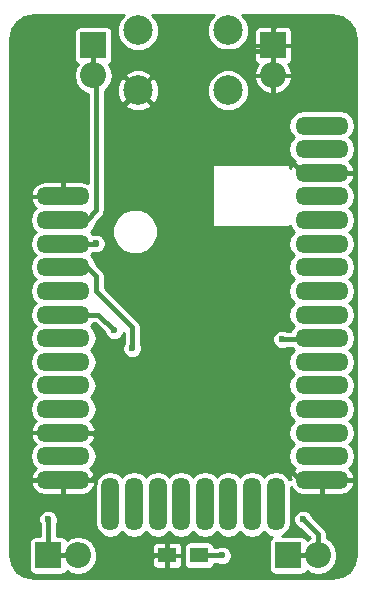
<source format=gbr>
G04 #@! TF.FileFunction,Copper,L1,Top,Signal*
%FSLAX46Y46*%
G04 Gerber Fmt 4.6, Leading zero omitted, Abs format (unit mm)*
G04 Created by KiCad (PCBNEW 4.0.6) date 12/04/17 20:40:56*
%MOMM*%
%LPD*%
G01*
G04 APERTURE LIST*
%ADD10C,0.050000*%
%ADD11R,1.500000X1.300000*%
%ADD12O,4.500000X1.524000*%
%ADD13O,1.524000X4.500000*%
%ADD14C,2.500000*%
%ADD15R,2.200000X2.200000*%
%ADD16O,2.200000X2.200000*%
%ADD17C,0.600000*%
%ADD18C,0.400000*%
%ADD19C,0.254000*%
G04 APERTURE END LIST*
D10*
D11*
X137080000Y-96520000D03*
X139780000Y-96520000D03*
D12*
X128270000Y-66120000D03*
X128270000Y-68120000D03*
X128270000Y-70120000D03*
X128270000Y-72120000D03*
X128270000Y-74120000D03*
X128270000Y-76120000D03*
X128270000Y-78120000D03*
X128270000Y-80120000D03*
X128270000Y-82120000D03*
X128270000Y-84120000D03*
X128270000Y-86120000D03*
X128270000Y-88120000D03*
X128270000Y-90120000D03*
D13*
X132270000Y-92200000D03*
X134270000Y-92200000D03*
X136270000Y-92200000D03*
X138270000Y-92200000D03*
X140270000Y-92200000D03*
X142270000Y-92200000D03*
X144270000Y-92200000D03*
X146270000Y-92200000D03*
D12*
X150170000Y-90120000D03*
X150170000Y-88120000D03*
X150170000Y-86120000D03*
X150170000Y-84120000D03*
X150170000Y-82120000D03*
X150170000Y-80120000D03*
X150170000Y-78120000D03*
X150170000Y-76120000D03*
X150170000Y-74120000D03*
X150170000Y-72120000D03*
X150170000Y-70120000D03*
X150170000Y-68120000D03*
X150170000Y-66120000D03*
X150170000Y-64120000D03*
X150170000Y-62120000D03*
X150170000Y-60120000D03*
D14*
X142240000Y-52070000D03*
X134620000Y-52070000D03*
X134620000Y-57150000D03*
X142240000Y-57150000D03*
D15*
X147320000Y-96520000D03*
D16*
X149860000Y-96520000D03*
D15*
X127000000Y-96520000D03*
D16*
X129540000Y-96520000D03*
D15*
X146050000Y-53340000D03*
D16*
X146050000Y-55880000D03*
D15*
X130810000Y-53340000D03*
D16*
X130810000Y-55880000D03*
D17*
X128270000Y-63500000D03*
X138430000Y-74676000D03*
X138176000Y-53848000D03*
X141732000Y-96520000D03*
X148590000Y-93472000D03*
X131064000Y-70104000D03*
X127000000Y-93472000D03*
X134112000Y-78994000D03*
X146812000Y-78232000D03*
X132588000Y-77470000D03*
D18*
X150170000Y-64120000D02*
X148575000Y-64120000D01*
X148575000Y-64120000D02*
X146050000Y-61595000D01*
X146050000Y-61595000D02*
X146050000Y-55880000D01*
X128270000Y-66120000D02*
X128270000Y-63500000D01*
X139192000Y-87884000D02*
X139192000Y-75438000D01*
X139192000Y-75438000D02*
X138430000Y-74676000D01*
X150170000Y-90120000D02*
X148286000Y-90120000D01*
X148286000Y-90120000D02*
X146050000Y-87884000D01*
X146050000Y-87884000D02*
X139192000Y-87884000D01*
X139192000Y-87884000D02*
X131572000Y-87884000D01*
X137080000Y-96520000D02*
X132080000Y-96520000D01*
X128270000Y-92710000D02*
X128270000Y-90120000D01*
X132080000Y-96520000D02*
X128270000Y-92710000D01*
X128270000Y-86120000D02*
X130824000Y-86120000D01*
X130606000Y-90120000D02*
X128270000Y-90120000D01*
X131572000Y-89154000D02*
X130606000Y-90120000D01*
X131572000Y-86868000D02*
X131572000Y-87884000D01*
X131572000Y-87884000D02*
X131572000Y-89154000D01*
X130824000Y-86120000D02*
X131572000Y-86868000D01*
X146050000Y-53340000D02*
X145542000Y-53848000D01*
X145542000Y-53848000D02*
X138176000Y-53848000D01*
X146050000Y-53340000D02*
X146050000Y-55880000D01*
X141732000Y-96520000D02*
X139780000Y-96520000D01*
X149860000Y-94742000D02*
X149860000Y-96520000D01*
X148590000Y-93472000D02*
X149860000Y-94742000D01*
X147320000Y-96520000D02*
X149860000Y-96520000D01*
X131048000Y-70120000D02*
X131064000Y-70104000D01*
X128270000Y-70120000D02*
X131048000Y-70120000D01*
X127000000Y-93472000D02*
X127000000Y-96520000D01*
X127000000Y-96520000D02*
X129540000Y-96520000D01*
X128270000Y-68120000D02*
X130254000Y-68120000D01*
X130254000Y-68120000D02*
X131064000Y-67310000D01*
X131064000Y-67310000D02*
X131064000Y-56134000D01*
X131064000Y-56134000D02*
X130810000Y-55880000D01*
X130810000Y-53340000D02*
X130810000Y-55880000D01*
X128270000Y-72120000D02*
X130286000Y-72120000D01*
X130286000Y-72120000D02*
X131064000Y-72898000D01*
X134112000Y-77216000D02*
X134112000Y-78994000D01*
X131064000Y-74168000D02*
X134112000Y-77216000D01*
X131064000Y-72898000D02*
X131064000Y-74168000D01*
X150170000Y-78120000D02*
X150058000Y-78232000D01*
X150058000Y-78232000D02*
X146812000Y-78232000D01*
X131238000Y-76120000D02*
X132588000Y-77470000D01*
X128270000Y-76120000D02*
X131238000Y-76120000D01*
D19*
G36*
X133114412Y-51062096D02*
X132843310Y-51714982D01*
X132842693Y-52421916D01*
X133112655Y-53075274D01*
X133612096Y-53575588D01*
X134264982Y-53846690D01*
X134971916Y-53847307D01*
X135625274Y-53577345D01*
X136125588Y-53077904D01*
X136396690Y-52425018D01*
X136397307Y-51718084D01*
X136127345Y-51064726D01*
X135830139Y-50767000D01*
X141030024Y-50767000D01*
X140734412Y-51062096D01*
X140463310Y-51714982D01*
X140462693Y-52421916D01*
X140732655Y-53075274D01*
X141232096Y-53575588D01*
X141884982Y-53846690D01*
X142591916Y-53847307D01*
X143245274Y-53577345D01*
X143277925Y-53544750D01*
X144423000Y-53544750D01*
X144423000Y-54544827D01*
X144503231Y-54738521D01*
X144651478Y-54886769D01*
X144748318Y-54926882D01*
X144692142Y-54983692D01*
X144456070Y-55553636D01*
X144556533Y-55807000D01*
X145977000Y-55807000D01*
X145977000Y-53413000D01*
X146123000Y-53413000D01*
X146123000Y-55807000D01*
X147543467Y-55807000D01*
X147643930Y-55553636D01*
X147407858Y-54983692D01*
X147351682Y-54926882D01*
X147448522Y-54886769D01*
X147596769Y-54738521D01*
X147677000Y-54544827D01*
X147677000Y-53544750D01*
X147545250Y-53413000D01*
X146123000Y-53413000D01*
X145977000Y-53413000D01*
X144554750Y-53413000D01*
X144423000Y-53544750D01*
X143277925Y-53544750D01*
X143745588Y-53077904D01*
X144016690Y-52425018D01*
X144016942Y-52135173D01*
X144423000Y-52135173D01*
X144423000Y-53135250D01*
X144554750Y-53267000D01*
X145977000Y-53267000D01*
X145977000Y-51844750D01*
X146123000Y-51844750D01*
X146123000Y-53267000D01*
X147545250Y-53267000D01*
X147677000Y-53135250D01*
X147677000Y-52135173D01*
X147596769Y-51941479D01*
X147448522Y-51793231D01*
X147254827Y-51713000D01*
X146254750Y-51713000D01*
X146123000Y-51844750D01*
X145977000Y-51844750D01*
X145845250Y-51713000D01*
X144845173Y-51713000D01*
X144651478Y-51793231D01*
X144503231Y-51941479D01*
X144423000Y-52135173D01*
X144016942Y-52135173D01*
X144017307Y-51718084D01*
X143747345Y-51064726D01*
X143450139Y-50767000D01*
X151070707Y-50767000D01*
X151867127Y-50925418D01*
X152492033Y-51342967D01*
X152909582Y-51967872D01*
X153068000Y-52764293D01*
X153068000Y-96460707D01*
X152909582Y-97257128D01*
X152492033Y-97882033D01*
X151867127Y-98299582D01*
X151070707Y-98458000D01*
X125789293Y-98458000D01*
X124992872Y-98299582D01*
X124367967Y-97882033D01*
X123950418Y-97257127D01*
X123792000Y-96460707D01*
X123792000Y-95420000D01*
X125362676Y-95420000D01*
X125362676Y-97620000D01*
X125399423Y-97815294D01*
X125514842Y-97994660D01*
X125690951Y-98114990D01*
X125900000Y-98157324D01*
X128100000Y-98157324D01*
X128295294Y-98120577D01*
X128474660Y-98005158D01*
X128590032Y-97836305D01*
X128917374Y-98055027D01*
X129540000Y-98178875D01*
X130162626Y-98055027D01*
X130690463Y-97702338D01*
X131043152Y-97174501D01*
X131132613Y-96724750D01*
X135803000Y-96724750D01*
X135803000Y-97274827D01*
X135883231Y-97468521D01*
X136031478Y-97616769D01*
X136225173Y-97697000D01*
X136875250Y-97697000D01*
X137007000Y-97565250D01*
X137007000Y-96593000D01*
X137153000Y-96593000D01*
X137153000Y-97565250D01*
X137284750Y-97697000D01*
X137934827Y-97697000D01*
X138128522Y-97616769D01*
X138276769Y-97468521D01*
X138357000Y-97274827D01*
X138357000Y-96724750D01*
X138225250Y-96593000D01*
X137153000Y-96593000D01*
X137007000Y-96593000D01*
X135934750Y-96593000D01*
X135803000Y-96724750D01*
X131132613Y-96724750D01*
X131167000Y-96551875D01*
X131167000Y-96488125D01*
X131043152Y-95865499D01*
X130976117Y-95765173D01*
X135803000Y-95765173D01*
X135803000Y-96315250D01*
X135934750Y-96447000D01*
X137007000Y-96447000D01*
X137007000Y-95474750D01*
X137153000Y-95474750D01*
X137153000Y-96447000D01*
X138225250Y-96447000D01*
X138357000Y-96315250D01*
X138357000Y-95870000D01*
X138492676Y-95870000D01*
X138492676Y-97170000D01*
X138529423Y-97365294D01*
X138644842Y-97544660D01*
X138820951Y-97664990D01*
X139030000Y-97707324D01*
X140530000Y-97707324D01*
X140725294Y-97670577D01*
X140904660Y-97555158D01*
X141024990Y-97379049D01*
X141051731Y-97247000D01*
X141326297Y-97247000D01*
X141566778Y-97346856D01*
X141895779Y-97347143D01*
X142199846Y-97221505D01*
X142432688Y-96989070D01*
X142558856Y-96685222D01*
X142559143Y-96356221D01*
X142433505Y-96052154D01*
X142201070Y-95819312D01*
X141897222Y-95693144D01*
X141568221Y-95692857D01*
X141325857Y-95793000D01*
X141052835Y-95793000D01*
X141030577Y-95674706D01*
X140915158Y-95495340D01*
X140739049Y-95375010D01*
X140530000Y-95332676D01*
X139030000Y-95332676D01*
X138834706Y-95369423D01*
X138655340Y-95484842D01*
X138535010Y-95660951D01*
X138492676Y-95870000D01*
X138357000Y-95870000D01*
X138357000Y-95765173D01*
X138276769Y-95571479D01*
X138128522Y-95423231D01*
X137934827Y-95343000D01*
X137284750Y-95343000D01*
X137153000Y-95474750D01*
X137007000Y-95474750D01*
X136875250Y-95343000D01*
X136225173Y-95343000D01*
X136031478Y-95423231D01*
X135883231Y-95571479D01*
X135803000Y-95765173D01*
X130976117Y-95765173D01*
X130690463Y-95337662D01*
X130162626Y-94984973D01*
X129540000Y-94861125D01*
X128917374Y-94984973D01*
X128587952Y-95205086D01*
X128485158Y-95045340D01*
X128309049Y-94925010D01*
X128100000Y-94882676D01*
X127727000Y-94882676D01*
X127727000Y-93877703D01*
X127826856Y-93637222D01*
X127827143Y-93308221D01*
X127701505Y-93004154D01*
X127469070Y-92771312D01*
X127165222Y-92645144D01*
X126836221Y-92644857D01*
X126532154Y-92770495D01*
X126299312Y-93002930D01*
X126173144Y-93306778D01*
X126172857Y-93635779D01*
X126273000Y-93878143D01*
X126273000Y-94882676D01*
X125900000Y-94882676D01*
X125704706Y-94919423D01*
X125525340Y-95034842D01*
X125405010Y-95210951D01*
X125362676Y-95420000D01*
X123792000Y-95420000D01*
X123792000Y-90393422D01*
X125522333Y-90393422D01*
X125563184Y-90545836D01*
X125818921Y-90979842D01*
X126221278Y-91282945D01*
X126709000Y-91409000D01*
X128197000Y-91409000D01*
X128197000Y-90193000D01*
X128343000Y-90193000D01*
X128343000Y-91409000D01*
X129831000Y-91409000D01*
X130318722Y-91282945D01*
X130721079Y-90979842D01*
X130910962Y-90657595D01*
X130981000Y-90657595D01*
X130981000Y-93742405D01*
X131079119Y-94235684D01*
X131358539Y-94653866D01*
X131776721Y-94933286D01*
X132270000Y-95031405D01*
X132763279Y-94933286D01*
X133181461Y-94653866D01*
X133270000Y-94521358D01*
X133358539Y-94653866D01*
X133776721Y-94933286D01*
X134270000Y-95031405D01*
X134763279Y-94933286D01*
X135181461Y-94653866D01*
X135270000Y-94521358D01*
X135358539Y-94653866D01*
X135776721Y-94933286D01*
X136270000Y-95031405D01*
X136763279Y-94933286D01*
X137181461Y-94653866D01*
X137270000Y-94521358D01*
X137358539Y-94653866D01*
X137776721Y-94933286D01*
X138270000Y-95031405D01*
X138763279Y-94933286D01*
X139181461Y-94653866D01*
X139270000Y-94521358D01*
X139358539Y-94653866D01*
X139776721Y-94933286D01*
X140270000Y-95031405D01*
X140763279Y-94933286D01*
X141181461Y-94653866D01*
X141270000Y-94521358D01*
X141358539Y-94653866D01*
X141776721Y-94933286D01*
X142270000Y-95031405D01*
X142763279Y-94933286D01*
X143181461Y-94653866D01*
X143270000Y-94521358D01*
X143358539Y-94653866D01*
X143776721Y-94933286D01*
X144270000Y-95031405D01*
X144763279Y-94933286D01*
X145181461Y-94653866D01*
X145270000Y-94521358D01*
X145358539Y-94653866D01*
X145776721Y-94933286D01*
X145949694Y-94967692D01*
X145845340Y-95034842D01*
X145725010Y-95210951D01*
X145682676Y-95420000D01*
X145682676Y-97620000D01*
X145719423Y-97815294D01*
X145834842Y-97994660D01*
X146010951Y-98114990D01*
X146220000Y-98157324D01*
X148420000Y-98157324D01*
X148615294Y-98120577D01*
X148794660Y-98005158D01*
X148910032Y-97836305D01*
X149237374Y-98055027D01*
X149860000Y-98178875D01*
X150482626Y-98055027D01*
X151010463Y-97702338D01*
X151363152Y-97174501D01*
X151487000Y-96551875D01*
X151487000Y-96488125D01*
X151363152Y-95865499D01*
X151010463Y-95337662D01*
X150587000Y-95054713D01*
X150587000Y-94742000D01*
X150531660Y-94463789D01*
X150374067Y-94227933D01*
X150374064Y-94227931D01*
X149390941Y-93244807D01*
X149291505Y-93004154D01*
X149059070Y-92771312D01*
X148755222Y-92645144D01*
X148426221Y-92644857D01*
X148122154Y-92770495D01*
X147889312Y-93002930D01*
X147763144Y-93306778D01*
X147762857Y-93635779D01*
X147888495Y-93939846D01*
X148120930Y-94172688D01*
X148363120Y-94273253D01*
X149133000Y-95043133D01*
X149133000Y-95054713D01*
X148907952Y-95205086D01*
X148805158Y-95045340D01*
X148629049Y-94925010D01*
X148420000Y-94882676D01*
X146839022Y-94882676D01*
X147181461Y-94653866D01*
X147460881Y-94235684D01*
X147559000Y-93742405D01*
X147559000Y-90708443D01*
X147718921Y-90979842D01*
X148121278Y-91282945D01*
X148609000Y-91409000D01*
X150097000Y-91409000D01*
X150097000Y-90193000D01*
X150243000Y-90193000D01*
X150243000Y-91409000D01*
X151731000Y-91409000D01*
X152218722Y-91282945D01*
X152621079Y-90979842D01*
X152876816Y-90545836D01*
X152917667Y-90393422D01*
X152812945Y-90193000D01*
X150243000Y-90193000D01*
X150097000Y-90193000D01*
X150077000Y-90193000D01*
X150077000Y-90047000D01*
X150097000Y-90047000D01*
X150097000Y-90027000D01*
X150243000Y-90027000D01*
X150243000Y-90047000D01*
X152812945Y-90047000D01*
X152917667Y-89846578D01*
X152876816Y-89694164D01*
X152621079Y-89260158D01*
X152461504Y-89139947D01*
X152623866Y-89031461D01*
X152903286Y-88613279D01*
X153001405Y-88120000D01*
X152903286Y-87626721D01*
X152623866Y-87208539D01*
X152491358Y-87120000D01*
X152623866Y-87031461D01*
X152903286Y-86613279D01*
X153001405Y-86120000D01*
X152903286Y-85626721D01*
X152623866Y-85208539D01*
X152491358Y-85120000D01*
X152623866Y-85031461D01*
X152903286Y-84613279D01*
X153001405Y-84120000D01*
X152903286Y-83626721D01*
X152623866Y-83208539D01*
X152491358Y-83120000D01*
X152623866Y-83031461D01*
X152903286Y-82613279D01*
X153001405Y-82120000D01*
X152903286Y-81626721D01*
X152623866Y-81208539D01*
X152491358Y-81120000D01*
X152623866Y-81031461D01*
X152903286Y-80613279D01*
X153001405Y-80120000D01*
X152903286Y-79626721D01*
X152623866Y-79208539D01*
X152491358Y-79120000D01*
X152623866Y-79031461D01*
X152903286Y-78613279D01*
X153001405Y-78120000D01*
X152903286Y-77626721D01*
X152623866Y-77208539D01*
X152491358Y-77120000D01*
X152623866Y-77031461D01*
X152903286Y-76613279D01*
X153001405Y-76120000D01*
X152903286Y-75626721D01*
X152623866Y-75208539D01*
X152491358Y-75120000D01*
X152623866Y-75031461D01*
X152903286Y-74613279D01*
X153001405Y-74120000D01*
X152903286Y-73626721D01*
X152623866Y-73208539D01*
X152491358Y-73120000D01*
X152623866Y-73031461D01*
X152903286Y-72613279D01*
X153001405Y-72120000D01*
X152903286Y-71626721D01*
X152623866Y-71208539D01*
X152491358Y-71120000D01*
X152623866Y-71031461D01*
X152903286Y-70613279D01*
X153001405Y-70120000D01*
X152903286Y-69626721D01*
X152623866Y-69208539D01*
X152491358Y-69120000D01*
X152623866Y-69031461D01*
X152903286Y-68613279D01*
X153001405Y-68120000D01*
X152903286Y-67626721D01*
X152623866Y-67208539D01*
X152491358Y-67120000D01*
X152623866Y-67031461D01*
X152903286Y-66613279D01*
X153001405Y-66120000D01*
X152903286Y-65626721D01*
X152623866Y-65208539D01*
X152461504Y-65100053D01*
X152621079Y-64979842D01*
X152876816Y-64545836D01*
X152917667Y-64393422D01*
X152812945Y-64193000D01*
X150243000Y-64193000D01*
X150243000Y-64213000D01*
X150097000Y-64213000D01*
X150097000Y-64193000D01*
X150077000Y-64193000D01*
X150077000Y-64047000D01*
X150097000Y-64047000D01*
X150097000Y-64027000D01*
X150243000Y-64027000D01*
X150243000Y-64047000D01*
X152812945Y-64047000D01*
X152917667Y-63846578D01*
X152876816Y-63694164D01*
X152621079Y-63260158D01*
X152461504Y-63139947D01*
X152623866Y-63031461D01*
X152903286Y-62613279D01*
X153001405Y-62120000D01*
X152903286Y-61626721D01*
X152623866Y-61208539D01*
X152491358Y-61120000D01*
X152623866Y-61031461D01*
X152903286Y-60613279D01*
X153001405Y-60120000D01*
X152903286Y-59626721D01*
X152623866Y-59208539D01*
X152205684Y-58929119D01*
X151712405Y-58831000D01*
X148627595Y-58831000D01*
X148134316Y-58929119D01*
X147716134Y-59208539D01*
X147436714Y-59626721D01*
X147338595Y-60120000D01*
X147436714Y-60613279D01*
X147716134Y-61031461D01*
X147848642Y-61120000D01*
X147716134Y-61208539D01*
X147436714Y-61626721D01*
X147338595Y-62120000D01*
X147436714Y-62613279D01*
X147716134Y-63031461D01*
X147878496Y-63139947D01*
X147718921Y-63260158D01*
X147463184Y-63694164D01*
X147447000Y-63754546D01*
X147447000Y-63500000D01*
X147438315Y-63453841D01*
X147411035Y-63411447D01*
X147369410Y-63383006D01*
X147320000Y-63373000D01*
X140970000Y-63373000D01*
X140923841Y-63381685D01*
X140881447Y-63408965D01*
X140853006Y-63450590D01*
X140843000Y-63500000D01*
X140843000Y-68580000D01*
X140851685Y-68626159D01*
X140878965Y-68668553D01*
X140920590Y-68696994D01*
X140970000Y-68707000D01*
X147320000Y-68707000D01*
X147366159Y-68698315D01*
X147408553Y-68671035D01*
X147436994Y-68629410D01*
X147439436Y-68617352D01*
X147716134Y-69031461D01*
X147848642Y-69120000D01*
X147716134Y-69208539D01*
X147436714Y-69626721D01*
X147338595Y-70120000D01*
X147436714Y-70613279D01*
X147716134Y-71031461D01*
X147848642Y-71120000D01*
X147716134Y-71208539D01*
X147436714Y-71626721D01*
X147338595Y-72120000D01*
X147436714Y-72613279D01*
X147716134Y-73031461D01*
X147848642Y-73120000D01*
X147716134Y-73208539D01*
X147436714Y-73626721D01*
X147338595Y-74120000D01*
X147436714Y-74613279D01*
X147716134Y-75031461D01*
X147848642Y-75120000D01*
X147716134Y-75208539D01*
X147436714Y-75626721D01*
X147338595Y-76120000D01*
X147436714Y-76613279D01*
X147716134Y-77031461D01*
X147848642Y-77120000D01*
X147716134Y-77208539D01*
X147518045Y-77505000D01*
X147217703Y-77505000D01*
X146977222Y-77405144D01*
X146648221Y-77404857D01*
X146344154Y-77530495D01*
X146111312Y-77762930D01*
X145985144Y-78066778D01*
X145984857Y-78395779D01*
X146110495Y-78699846D01*
X146342930Y-78932688D01*
X146646778Y-79058856D01*
X146975779Y-79059143D01*
X147218143Y-78959000D01*
X147667717Y-78959000D01*
X147716134Y-79031461D01*
X147848642Y-79120000D01*
X147716134Y-79208539D01*
X147436714Y-79626721D01*
X147338595Y-80120000D01*
X147436714Y-80613279D01*
X147716134Y-81031461D01*
X147848642Y-81120000D01*
X147716134Y-81208539D01*
X147436714Y-81626721D01*
X147338595Y-82120000D01*
X147436714Y-82613279D01*
X147716134Y-83031461D01*
X147848642Y-83120000D01*
X147716134Y-83208539D01*
X147436714Y-83626721D01*
X147338595Y-84120000D01*
X147436714Y-84613279D01*
X147716134Y-85031461D01*
X147848642Y-85120000D01*
X147716134Y-85208539D01*
X147436714Y-85626721D01*
X147338595Y-86120000D01*
X147436714Y-86613279D01*
X147716134Y-87031461D01*
X147848642Y-87120000D01*
X147716134Y-87208539D01*
X147436714Y-87626721D01*
X147338595Y-88120000D01*
X147436714Y-88613279D01*
X147716134Y-89031461D01*
X147878496Y-89139947D01*
X147718921Y-89260158D01*
X147463184Y-89694164D01*
X147422333Y-89846578D01*
X147527054Y-90046998D01*
X147393000Y-90046998D01*
X147393000Y-90062725D01*
X147181461Y-89746134D01*
X146763279Y-89466714D01*
X146270000Y-89368595D01*
X145776721Y-89466714D01*
X145358539Y-89746134D01*
X145270000Y-89878642D01*
X145181461Y-89746134D01*
X144763279Y-89466714D01*
X144270000Y-89368595D01*
X143776721Y-89466714D01*
X143358539Y-89746134D01*
X143270000Y-89878642D01*
X143181461Y-89746134D01*
X142763279Y-89466714D01*
X142270000Y-89368595D01*
X141776721Y-89466714D01*
X141358539Y-89746134D01*
X141270000Y-89878642D01*
X141181461Y-89746134D01*
X140763279Y-89466714D01*
X140270000Y-89368595D01*
X139776721Y-89466714D01*
X139358539Y-89746134D01*
X139270000Y-89878642D01*
X139181461Y-89746134D01*
X138763279Y-89466714D01*
X138270000Y-89368595D01*
X137776721Y-89466714D01*
X137358539Y-89746134D01*
X137270000Y-89878642D01*
X137181461Y-89746134D01*
X136763279Y-89466714D01*
X136270000Y-89368595D01*
X135776721Y-89466714D01*
X135358539Y-89746134D01*
X135270000Y-89878642D01*
X135181461Y-89746134D01*
X134763279Y-89466714D01*
X134270000Y-89368595D01*
X133776721Y-89466714D01*
X133358539Y-89746134D01*
X133270000Y-89878642D01*
X133181461Y-89746134D01*
X132763279Y-89466714D01*
X132270000Y-89368595D01*
X131776721Y-89466714D01*
X131358539Y-89746134D01*
X131079119Y-90164316D01*
X130981000Y-90657595D01*
X130910962Y-90657595D01*
X130976816Y-90545836D01*
X131017667Y-90393422D01*
X130912945Y-90193000D01*
X128343000Y-90193000D01*
X128197000Y-90193000D01*
X125627055Y-90193000D01*
X125522333Y-90393422D01*
X123792000Y-90393422D01*
X123792000Y-88120000D01*
X125438595Y-88120000D01*
X125536714Y-88613279D01*
X125816134Y-89031461D01*
X125978496Y-89139947D01*
X125818921Y-89260158D01*
X125563184Y-89694164D01*
X125522333Y-89846578D01*
X125627055Y-90047000D01*
X128197000Y-90047000D01*
X128197000Y-90027000D01*
X128343000Y-90027000D01*
X128343000Y-90047000D01*
X130912945Y-90047000D01*
X131017667Y-89846578D01*
X130976816Y-89694164D01*
X130721079Y-89260158D01*
X130561504Y-89139947D01*
X130723866Y-89031461D01*
X131003286Y-88613279D01*
X131101405Y-88120000D01*
X131003286Y-87626721D01*
X130723866Y-87208539D01*
X130561504Y-87100053D01*
X130721079Y-86979842D01*
X130976816Y-86545836D01*
X131017667Y-86393422D01*
X130912945Y-86193000D01*
X128343000Y-86193000D01*
X128343000Y-86213000D01*
X128197000Y-86213000D01*
X128197000Y-86193000D01*
X125627055Y-86193000D01*
X125522333Y-86393422D01*
X125563184Y-86545836D01*
X125818921Y-86979842D01*
X125978496Y-87100053D01*
X125816134Y-87208539D01*
X125536714Y-87626721D01*
X125438595Y-88120000D01*
X123792000Y-88120000D01*
X123792000Y-68120000D01*
X125438595Y-68120000D01*
X125536714Y-68613279D01*
X125816134Y-69031461D01*
X125948642Y-69120000D01*
X125816134Y-69208539D01*
X125536714Y-69626721D01*
X125438595Y-70120000D01*
X125536714Y-70613279D01*
X125816134Y-71031461D01*
X125948642Y-71120000D01*
X125816134Y-71208539D01*
X125536714Y-71626721D01*
X125438595Y-72120000D01*
X125536714Y-72613279D01*
X125816134Y-73031461D01*
X125948642Y-73120000D01*
X125816134Y-73208539D01*
X125536714Y-73626721D01*
X125438595Y-74120000D01*
X125536714Y-74613279D01*
X125816134Y-75031461D01*
X125948642Y-75120000D01*
X125816134Y-75208539D01*
X125536714Y-75626721D01*
X125438595Y-76120000D01*
X125536714Y-76613279D01*
X125816134Y-77031461D01*
X125948642Y-77120000D01*
X125816134Y-77208539D01*
X125536714Y-77626721D01*
X125438595Y-78120000D01*
X125536714Y-78613279D01*
X125816134Y-79031461D01*
X125948642Y-79120000D01*
X125816134Y-79208539D01*
X125536714Y-79626721D01*
X125438595Y-80120000D01*
X125536714Y-80613279D01*
X125816134Y-81031461D01*
X125948642Y-81120000D01*
X125816134Y-81208539D01*
X125536714Y-81626721D01*
X125438595Y-82120000D01*
X125536714Y-82613279D01*
X125816134Y-83031461D01*
X125948642Y-83120000D01*
X125816134Y-83208539D01*
X125536714Y-83626721D01*
X125438595Y-84120000D01*
X125536714Y-84613279D01*
X125816134Y-85031461D01*
X125978496Y-85139947D01*
X125818921Y-85260158D01*
X125563184Y-85694164D01*
X125522333Y-85846578D01*
X125627055Y-86047000D01*
X128197000Y-86047000D01*
X128197000Y-86027000D01*
X128343000Y-86027000D01*
X128343000Y-86047000D01*
X130912945Y-86047000D01*
X131017667Y-85846578D01*
X130976816Y-85694164D01*
X130721079Y-85260158D01*
X130561504Y-85139947D01*
X130723866Y-85031461D01*
X131003286Y-84613279D01*
X131101405Y-84120000D01*
X131003286Y-83626721D01*
X130723866Y-83208539D01*
X130591358Y-83120000D01*
X130723866Y-83031461D01*
X131003286Y-82613279D01*
X131101405Y-82120000D01*
X131003286Y-81626721D01*
X130723866Y-81208539D01*
X130591358Y-81120000D01*
X130723866Y-81031461D01*
X131003286Y-80613279D01*
X131101405Y-80120000D01*
X131003286Y-79626721D01*
X130723866Y-79208539D01*
X130591358Y-79120000D01*
X130723866Y-79031461D01*
X131003286Y-78613279D01*
X131101405Y-78120000D01*
X131003286Y-77626721D01*
X130723866Y-77208539D01*
X130591358Y-77120000D01*
X130723866Y-77031461D01*
X130847119Y-76847000D01*
X130936866Y-76847000D01*
X131787059Y-77697192D01*
X131886495Y-77937846D01*
X132118930Y-78170688D01*
X132422778Y-78296856D01*
X132751779Y-78297143D01*
X133055846Y-78171505D01*
X133288688Y-77939070D01*
X133385000Y-77707124D01*
X133385000Y-78588297D01*
X133285144Y-78828778D01*
X133284857Y-79157779D01*
X133410495Y-79461846D01*
X133642930Y-79694688D01*
X133946778Y-79820856D01*
X134275779Y-79821143D01*
X134579846Y-79695505D01*
X134812688Y-79463070D01*
X134938856Y-79159222D01*
X134939143Y-78830221D01*
X134839000Y-78587857D01*
X134839000Y-77216005D01*
X134839001Y-77216000D01*
X134783660Y-76937790D01*
X134783660Y-76937789D01*
X134626067Y-76701933D01*
X131791000Y-73866866D01*
X131791000Y-72898000D01*
X131735660Y-72619789D01*
X131578067Y-72383933D01*
X131048584Y-71854450D01*
X131003286Y-71626721D01*
X130723866Y-71208539D01*
X130591358Y-71120000D01*
X130723866Y-71031461D01*
X130814477Y-70895851D01*
X130898778Y-70930856D01*
X131227779Y-70931143D01*
X131531846Y-70805505D01*
X131764688Y-70573070D01*
X131890856Y-70269222D01*
X131891143Y-69940221D01*
X131765505Y-69636154D01*
X131601261Y-69471622D01*
X132442666Y-69471622D01*
X132735416Y-70180132D01*
X133277017Y-70722678D01*
X133985014Y-71016665D01*
X134751622Y-71017334D01*
X135460132Y-70724584D01*
X136002678Y-70182983D01*
X136296665Y-69474986D01*
X136297334Y-68708378D01*
X136004584Y-67999868D01*
X135462983Y-67457322D01*
X134754986Y-67163335D01*
X133988378Y-67162666D01*
X133279868Y-67455416D01*
X132737322Y-67997017D01*
X132443335Y-68705014D01*
X132442666Y-69471622D01*
X131601261Y-69471622D01*
X131533070Y-69403312D01*
X131229222Y-69277144D01*
X130900221Y-69276857D01*
X130797793Y-69319179D01*
X130723866Y-69208539D01*
X130591358Y-69120000D01*
X130723866Y-69031461D01*
X131003286Y-68613279D01*
X131056530Y-68345604D01*
X131578067Y-67824067D01*
X131735660Y-67588211D01*
X131762075Y-67455416D01*
X131791001Y-67310000D01*
X131791000Y-67309995D01*
X131791000Y-58388481D01*
X133484757Y-58388481D01*
X133614966Y-58657506D01*
X134268367Y-58927364D01*
X134975301Y-58926634D01*
X135625034Y-58657506D01*
X135755243Y-58388481D01*
X134620000Y-57253238D01*
X133484757Y-58388481D01*
X131791000Y-58388481D01*
X131791000Y-57164993D01*
X131992338Y-57030463D01*
X132147419Y-56798367D01*
X132842636Y-56798367D01*
X132843366Y-57505301D01*
X133112494Y-58155034D01*
X133381519Y-58285243D01*
X134516762Y-57150000D01*
X134723238Y-57150000D01*
X135858481Y-58285243D01*
X136127506Y-58155034D01*
X136397247Y-57501916D01*
X140462693Y-57501916D01*
X140732655Y-58155274D01*
X141232096Y-58655588D01*
X141884982Y-58926690D01*
X142591916Y-58927307D01*
X143245274Y-58657345D01*
X143745588Y-58157904D01*
X144016690Y-57505018D01*
X144017307Y-56798084D01*
X143772814Y-56206364D01*
X144456070Y-56206364D01*
X144692142Y-56776308D01*
X145138505Y-57227710D01*
X145723635Y-57473936D01*
X145977000Y-57373617D01*
X145977000Y-55953000D01*
X146123000Y-55953000D01*
X146123000Y-57373617D01*
X146376365Y-57473936D01*
X146961495Y-57227710D01*
X147407858Y-56776308D01*
X147643930Y-56206364D01*
X147543467Y-55953000D01*
X146123000Y-55953000D01*
X145977000Y-55953000D01*
X144556533Y-55953000D01*
X144456070Y-56206364D01*
X143772814Y-56206364D01*
X143747345Y-56144726D01*
X143247904Y-55644412D01*
X142595018Y-55373310D01*
X141888084Y-55372693D01*
X141234726Y-55642655D01*
X140734412Y-56142096D01*
X140463310Y-56794982D01*
X140462693Y-57501916D01*
X136397247Y-57501916D01*
X136397364Y-57501633D01*
X136396634Y-56794699D01*
X136127506Y-56144966D01*
X135858481Y-56014757D01*
X134723238Y-57150000D01*
X134516762Y-57150000D01*
X133381519Y-56014757D01*
X133112494Y-56144966D01*
X132842636Y-56798367D01*
X132147419Y-56798367D01*
X132345027Y-56502626D01*
X132462605Y-55911519D01*
X133484757Y-55911519D01*
X134620000Y-57046762D01*
X135755243Y-55911519D01*
X135625034Y-55642494D01*
X134971633Y-55372636D01*
X134264699Y-55373366D01*
X133614966Y-55642494D01*
X133484757Y-55911519D01*
X132462605Y-55911519D01*
X132468875Y-55880000D01*
X132345027Y-55257374D01*
X132124914Y-54927952D01*
X132284660Y-54825158D01*
X132404990Y-54649049D01*
X132447324Y-54440000D01*
X132447324Y-52240000D01*
X132410577Y-52044706D01*
X132295158Y-51865340D01*
X132119049Y-51745010D01*
X131910000Y-51702676D01*
X129710000Y-51702676D01*
X129514706Y-51739423D01*
X129335340Y-51854842D01*
X129215010Y-52030951D01*
X129172676Y-52240000D01*
X129172676Y-54440000D01*
X129209423Y-54635294D01*
X129324842Y-54814660D01*
X129493695Y-54930032D01*
X129274973Y-55257374D01*
X129151125Y-55880000D01*
X129274973Y-56502626D01*
X129627662Y-57030463D01*
X130155499Y-57383152D01*
X130337000Y-57419255D01*
X130337000Y-64970824D01*
X130318722Y-64957055D01*
X129831000Y-64831000D01*
X128343000Y-64831000D01*
X128343000Y-66047000D01*
X128363000Y-66047000D01*
X128363000Y-66193000D01*
X128343000Y-66193000D01*
X128343000Y-66213000D01*
X128197000Y-66213000D01*
X128197000Y-66193000D01*
X125627055Y-66193000D01*
X125522333Y-66393422D01*
X125563184Y-66545836D01*
X125818921Y-66979842D01*
X125978496Y-67100053D01*
X125816134Y-67208539D01*
X125536714Y-67626721D01*
X125438595Y-68120000D01*
X123792000Y-68120000D01*
X123792000Y-65846578D01*
X125522333Y-65846578D01*
X125627055Y-66047000D01*
X128197000Y-66047000D01*
X128197000Y-64831000D01*
X126709000Y-64831000D01*
X126221278Y-64957055D01*
X125818921Y-65260158D01*
X125563184Y-65694164D01*
X125522333Y-65846578D01*
X123792000Y-65846578D01*
X123792000Y-52764293D01*
X123950418Y-51967873D01*
X124367967Y-51342967D01*
X124992872Y-50925418D01*
X125789293Y-50767000D01*
X133410024Y-50767000D01*
X133114412Y-51062096D01*
X133114412Y-51062096D01*
G37*
X133114412Y-51062096D02*
X132843310Y-51714982D01*
X132842693Y-52421916D01*
X133112655Y-53075274D01*
X133612096Y-53575588D01*
X134264982Y-53846690D01*
X134971916Y-53847307D01*
X135625274Y-53577345D01*
X136125588Y-53077904D01*
X136396690Y-52425018D01*
X136397307Y-51718084D01*
X136127345Y-51064726D01*
X135830139Y-50767000D01*
X141030024Y-50767000D01*
X140734412Y-51062096D01*
X140463310Y-51714982D01*
X140462693Y-52421916D01*
X140732655Y-53075274D01*
X141232096Y-53575588D01*
X141884982Y-53846690D01*
X142591916Y-53847307D01*
X143245274Y-53577345D01*
X143277925Y-53544750D01*
X144423000Y-53544750D01*
X144423000Y-54544827D01*
X144503231Y-54738521D01*
X144651478Y-54886769D01*
X144748318Y-54926882D01*
X144692142Y-54983692D01*
X144456070Y-55553636D01*
X144556533Y-55807000D01*
X145977000Y-55807000D01*
X145977000Y-53413000D01*
X146123000Y-53413000D01*
X146123000Y-55807000D01*
X147543467Y-55807000D01*
X147643930Y-55553636D01*
X147407858Y-54983692D01*
X147351682Y-54926882D01*
X147448522Y-54886769D01*
X147596769Y-54738521D01*
X147677000Y-54544827D01*
X147677000Y-53544750D01*
X147545250Y-53413000D01*
X146123000Y-53413000D01*
X145977000Y-53413000D01*
X144554750Y-53413000D01*
X144423000Y-53544750D01*
X143277925Y-53544750D01*
X143745588Y-53077904D01*
X144016690Y-52425018D01*
X144016942Y-52135173D01*
X144423000Y-52135173D01*
X144423000Y-53135250D01*
X144554750Y-53267000D01*
X145977000Y-53267000D01*
X145977000Y-51844750D01*
X146123000Y-51844750D01*
X146123000Y-53267000D01*
X147545250Y-53267000D01*
X147677000Y-53135250D01*
X147677000Y-52135173D01*
X147596769Y-51941479D01*
X147448522Y-51793231D01*
X147254827Y-51713000D01*
X146254750Y-51713000D01*
X146123000Y-51844750D01*
X145977000Y-51844750D01*
X145845250Y-51713000D01*
X144845173Y-51713000D01*
X144651478Y-51793231D01*
X144503231Y-51941479D01*
X144423000Y-52135173D01*
X144016942Y-52135173D01*
X144017307Y-51718084D01*
X143747345Y-51064726D01*
X143450139Y-50767000D01*
X151070707Y-50767000D01*
X151867127Y-50925418D01*
X152492033Y-51342967D01*
X152909582Y-51967872D01*
X153068000Y-52764293D01*
X153068000Y-96460707D01*
X152909582Y-97257128D01*
X152492033Y-97882033D01*
X151867127Y-98299582D01*
X151070707Y-98458000D01*
X125789293Y-98458000D01*
X124992872Y-98299582D01*
X124367967Y-97882033D01*
X123950418Y-97257127D01*
X123792000Y-96460707D01*
X123792000Y-95420000D01*
X125362676Y-95420000D01*
X125362676Y-97620000D01*
X125399423Y-97815294D01*
X125514842Y-97994660D01*
X125690951Y-98114990D01*
X125900000Y-98157324D01*
X128100000Y-98157324D01*
X128295294Y-98120577D01*
X128474660Y-98005158D01*
X128590032Y-97836305D01*
X128917374Y-98055027D01*
X129540000Y-98178875D01*
X130162626Y-98055027D01*
X130690463Y-97702338D01*
X131043152Y-97174501D01*
X131132613Y-96724750D01*
X135803000Y-96724750D01*
X135803000Y-97274827D01*
X135883231Y-97468521D01*
X136031478Y-97616769D01*
X136225173Y-97697000D01*
X136875250Y-97697000D01*
X137007000Y-97565250D01*
X137007000Y-96593000D01*
X137153000Y-96593000D01*
X137153000Y-97565250D01*
X137284750Y-97697000D01*
X137934827Y-97697000D01*
X138128522Y-97616769D01*
X138276769Y-97468521D01*
X138357000Y-97274827D01*
X138357000Y-96724750D01*
X138225250Y-96593000D01*
X137153000Y-96593000D01*
X137007000Y-96593000D01*
X135934750Y-96593000D01*
X135803000Y-96724750D01*
X131132613Y-96724750D01*
X131167000Y-96551875D01*
X131167000Y-96488125D01*
X131043152Y-95865499D01*
X130976117Y-95765173D01*
X135803000Y-95765173D01*
X135803000Y-96315250D01*
X135934750Y-96447000D01*
X137007000Y-96447000D01*
X137007000Y-95474750D01*
X137153000Y-95474750D01*
X137153000Y-96447000D01*
X138225250Y-96447000D01*
X138357000Y-96315250D01*
X138357000Y-95870000D01*
X138492676Y-95870000D01*
X138492676Y-97170000D01*
X138529423Y-97365294D01*
X138644842Y-97544660D01*
X138820951Y-97664990D01*
X139030000Y-97707324D01*
X140530000Y-97707324D01*
X140725294Y-97670577D01*
X140904660Y-97555158D01*
X141024990Y-97379049D01*
X141051731Y-97247000D01*
X141326297Y-97247000D01*
X141566778Y-97346856D01*
X141895779Y-97347143D01*
X142199846Y-97221505D01*
X142432688Y-96989070D01*
X142558856Y-96685222D01*
X142559143Y-96356221D01*
X142433505Y-96052154D01*
X142201070Y-95819312D01*
X141897222Y-95693144D01*
X141568221Y-95692857D01*
X141325857Y-95793000D01*
X141052835Y-95793000D01*
X141030577Y-95674706D01*
X140915158Y-95495340D01*
X140739049Y-95375010D01*
X140530000Y-95332676D01*
X139030000Y-95332676D01*
X138834706Y-95369423D01*
X138655340Y-95484842D01*
X138535010Y-95660951D01*
X138492676Y-95870000D01*
X138357000Y-95870000D01*
X138357000Y-95765173D01*
X138276769Y-95571479D01*
X138128522Y-95423231D01*
X137934827Y-95343000D01*
X137284750Y-95343000D01*
X137153000Y-95474750D01*
X137007000Y-95474750D01*
X136875250Y-95343000D01*
X136225173Y-95343000D01*
X136031478Y-95423231D01*
X135883231Y-95571479D01*
X135803000Y-95765173D01*
X130976117Y-95765173D01*
X130690463Y-95337662D01*
X130162626Y-94984973D01*
X129540000Y-94861125D01*
X128917374Y-94984973D01*
X128587952Y-95205086D01*
X128485158Y-95045340D01*
X128309049Y-94925010D01*
X128100000Y-94882676D01*
X127727000Y-94882676D01*
X127727000Y-93877703D01*
X127826856Y-93637222D01*
X127827143Y-93308221D01*
X127701505Y-93004154D01*
X127469070Y-92771312D01*
X127165222Y-92645144D01*
X126836221Y-92644857D01*
X126532154Y-92770495D01*
X126299312Y-93002930D01*
X126173144Y-93306778D01*
X126172857Y-93635779D01*
X126273000Y-93878143D01*
X126273000Y-94882676D01*
X125900000Y-94882676D01*
X125704706Y-94919423D01*
X125525340Y-95034842D01*
X125405010Y-95210951D01*
X125362676Y-95420000D01*
X123792000Y-95420000D01*
X123792000Y-90393422D01*
X125522333Y-90393422D01*
X125563184Y-90545836D01*
X125818921Y-90979842D01*
X126221278Y-91282945D01*
X126709000Y-91409000D01*
X128197000Y-91409000D01*
X128197000Y-90193000D01*
X128343000Y-90193000D01*
X128343000Y-91409000D01*
X129831000Y-91409000D01*
X130318722Y-91282945D01*
X130721079Y-90979842D01*
X130910962Y-90657595D01*
X130981000Y-90657595D01*
X130981000Y-93742405D01*
X131079119Y-94235684D01*
X131358539Y-94653866D01*
X131776721Y-94933286D01*
X132270000Y-95031405D01*
X132763279Y-94933286D01*
X133181461Y-94653866D01*
X133270000Y-94521358D01*
X133358539Y-94653866D01*
X133776721Y-94933286D01*
X134270000Y-95031405D01*
X134763279Y-94933286D01*
X135181461Y-94653866D01*
X135270000Y-94521358D01*
X135358539Y-94653866D01*
X135776721Y-94933286D01*
X136270000Y-95031405D01*
X136763279Y-94933286D01*
X137181461Y-94653866D01*
X137270000Y-94521358D01*
X137358539Y-94653866D01*
X137776721Y-94933286D01*
X138270000Y-95031405D01*
X138763279Y-94933286D01*
X139181461Y-94653866D01*
X139270000Y-94521358D01*
X139358539Y-94653866D01*
X139776721Y-94933286D01*
X140270000Y-95031405D01*
X140763279Y-94933286D01*
X141181461Y-94653866D01*
X141270000Y-94521358D01*
X141358539Y-94653866D01*
X141776721Y-94933286D01*
X142270000Y-95031405D01*
X142763279Y-94933286D01*
X143181461Y-94653866D01*
X143270000Y-94521358D01*
X143358539Y-94653866D01*
X143776721Y-94933286D01*
X144270000Y-95031405D01*
X144763279Y-94933286D01*
X145181461Y-94653866D01*
X145270000Y-94521358D01*
X145358539Y-94653866D01*
X145776721Y-94933286D01*
X145949694Y-94967692D01*
X145845340Y-95034842D01*
X145725010Y-95210951D01*
X145682676Y-95420000D01*
X145682676Y-97620000D01*
X145719423Y-97815294D01*
X145834842Y-97994660D01*
X146010951Y-98114990D01*
X146220000Y-98157324D01*
X148420000Y-98157324D01*
X148615294Y-98120577D01*
X148794660Y-98005158D01*
X148910032Y-97836305D01*
X149237374Y-98055027D01*
X149860000Y-98178875D01*
X150482626Y-98055027D01*
X151010463Y-97702338D01*
X151363152Y-97174501D01*
X151487000Y-96551875D01*
X151487000Y-96488125D01*
X151363152Y-95865499D01*
X151010463Y-95337662D01*
X150587000Y-95054713D01*
X150587000Y-94742000D01*
X150531660Y-94463789D01*
X150374067Y-94227933D01*
X150374064Y-94227931D01*
X149390941Y-93244807D01*
X149291505Y-93004154D01*
X149059070Y-92771312D01*
X148755222Y-92645144D01*
X148426221Y-92644857D01*
X148122154Y-92770495D01*
X147889312Y-93002930D01*
X147763144Y-93306778D01*
X147762857Y-93635779D01*
X147888495Y-93939846D01*
X148120930Y-94172688D01*
X148363120Y-94273253D01*
X149133000Y-95043133D01*
X149133000Y-95054713D01*
X148907952Y-95205086D01*
X148805158Y-95045340D01*
X148629049Y-94925010D01*
X148420000Y-94882676D01*
X146839022Y-94882676D01*
X147181461Y-94653866D01*
X147460881Y-94235684D01*
X147559000Y-93742405D01*
X147559000Y-90708443D01*
X147718921Y-90979842D01*
X148121278Y-91282945D01*
X148609000Y-91409000D01*
X150097000Y-91409000D01*
X150097000Y-90193000D01*
X150243000Y-90193000D01*
X150243000Y-91409000D01*
X151731000Y-91409000D01*
X152218722Y-91282945D01*
X152621079Y-90979842D01*
X152876816Y-90545836D01*
X152917667Y-90393422D01*
X152812945Y-90193000D01*
X150243000Y-90193000D01*
X150097000Y-90193000D01*
X150077000Y-90193000D01*
X150077000Y-90047000D01*
X150097000Y-90047000D01*
X150097000Y-90027000D01*
X150243000Y-90027000D01*
X150243000Y-90047000D01*
X152812945Y-90047000D01*
X152917667Y-89846578D01*
X152876816Y-89694164D01*
X152621079Y-89260158D01*
X152461504Y-89139947D01*
X152623866Y-89031461D01*
X152903286Y-88613279D01*
X153001405Y-88120000D01*
X152903286Y-87626721D01*
X152623866Y-87208539D01*
X152491358Y-87120000D01*
X152623866Y-87031461D01*
X152903286Y-86613279D01*
X153001405Y-86120000D01*
X152903286Y-85626721D01*
X152623866Y-85208539D01*
X152491358Y-85120000D01*
X152623866Y-85031461D01*
X152903286Y-84613279D01*
X153001405Y-84120000D01*
X152903286Y-83626721D01*
X152623866Y-83208539D01*
X152491358Y-83120000D01*
X152623866Y-83031461D01*
X152903286Y-82613279D01*
X153001405Y-82120000D01*
X152903286Y-81626721D01*
X152623866Y-81208539D01*
X152491358Y-81120000D01*
X152623866Y-81031461D01*
X152903286Y-80613279D01*
X153001405Y-80120000D01*
X152903286Y-79626721D01*
X152623866Y-79208539D01*
X152491358Y-79120000D01*
X152623866Y-79031461D01*
X152903286Y-78613279D01*
X153001405Y-78120000D01*
X152903286Y-77626721D01*
X152623866Y-77208539D01*
X152491358Y-77120000D01*
X152623866Y-77031461D01*
X152903286Y-76613279D01*
X153001405Y-76120000D01*
X152903286Y-75626721D01*
X152623866Y-75208539D01*
X152491358Y-75120000D01*
X152623866Y-75031461D01*
X152903286Y-74613279D01*
X153001405Y-74120000D01*
X152903286Y-73626721D01*
X152623866Y-73208539D01*
X152491358Y-73120000D01*
X152623866Y-73031461D01*
X152903286Y-72613279D01*
X153001405Y-72120000D01*
X152903286Y-71626721D01*
X152623866Y-71208539D01*
X152491358Y-71120000D01*
X152623866Y-71031461D01*
X152903286Y-70613279D01*
X153001405Y-70120000D01*
X152903286Y-69626721D01*
X152623866Y-69208539D01*
X152491358Y-69120000D01*
X152623866Y-69031461D01*
X152903286Y-68613279D01*
X153001405Y-68120000D01*
X152903286Y-67626721D01*
X152623866Y-67208539D01*
X152491358Y-67120000D01*
X152623866Y-67031461D01*
X152903286Y-66613279D01*
X153001405Y-66120000D01*
X152903286Y-65626721D01*
X152623866Y-65208539D01*
X152461504Y-65100053D01*
X152621079Y-64979842D01*
X152876816Y-64545836D01*
X152917667Y-64393422D01*
X152812945Y-64193000D01*
X150243000Y-64193000D01*
X150243000Y-64213000D01*
X150097000Y-64213000D01*
X150097000Y-64193000D01*
X150077000Y-64193000D01*
X150077000Y-64047000D01*
X150097000Y-64047000D01*
X150097000Y-64027000D01*
X150243000Y-64027000D01*
X150243000Y-64047000D01*
X152812945Y-64047000D01*
X152917667Y-63846578D01*
X152876816Y-63694164D01*
X152621079Y-63260158D01*
X152461504Y-63139947D01*
X152623866Y-63031461D01*
X152903286Y-62613279D01*
X153001405Y-62120000D01*
X152903286Y-61626721D01*
X152623866Y-61208539D01*
X152491358Y-61120000D01*
X152623866Y-61031461D01*
X152903286Y-60613279D01*
X153001405Y-60120000D01*
X152903286Y-59626721D01*
X152623866Y-59208539D01*
X152205684Y-58929119D01*
X151712405Y-58831000D01*
X148627595Y-58831000D01*
X148134316Y-58929119D01*
X147716134Y-59208539D01*
X147436714Y-59626721D01*
X147338595Y-60120000D01*
X147436714Y-60613279D01*
X147716134Y-61031461D01*
X147848642Y-61120000D01*
X147716134Y-61208539D01*
X147436714Y-61626721D01*
X147338595Y-62120000D01*
X147436714Y-62613279D01*
X147716134Y-63031461D01*
X147878496Y-63139947D01*
X147718921Y-63260158D01*
X147463184Y-63694164D01*
X147447000Y-63754546D01*
X147447000Y-63500000D01*
X147438315Y-63453841D01*
X147411035Y-63411447D01*
X147369410Y-63383006D01*
X147320000Y-63373000D01*
X140970000Y-63373000D01*
X140923841Y-63381685D01*
X140881447Y-63408965D01*
X140853006Y-63450590D01*
X140843000Y-63500000D01*
X140843000Y-68580000D01*
X140851685Y-68626159D01*
X140878965Y-68668553D01*
X140920590Y-68696994D01*
X140970000Y-68707000D01*
X147320000Y-68707000D01*
X147366159Y-68698315D01*
X147408553Y-68671035D01*
X147436994Y-68629410D01*
X147439436Y-68617352D01*
X147716134Y-69031461D01*
X147848642Y-69120000D01*
X147716134Y-69208539D01*
X147436714Y-69626721D01*
X147338595Y-70120000D01*
X147436714Y-70613279D01*
X147716134Y-71031461D01*
X147848642Y-71120000D01*
X147716134Y-71208539D01*
X147436714Y-71626721D01*
X147338595Y-72120000D01*
X147436714Y-72613279D01*
X147716134Y-73031461D01*
X147848642Y-73120000D01*
X147716134Y-73208539D01*
X147436714Y-73626721D01*
X147338595Y-74120000D01*
X147436714Y-74613279D01*
X147716134Y-75031461D01*
X147848642Y-75120000D01*
X147716134Y-75208539D01*
X147436714Y-75626721D01*
X147338595Y-76120000D01*
X147436714Y-76613279D01*
X147716134Y-77031461D01*
X147848642Y-77120000D01*
X147716134Y-77208539D01*
X147518045Y-77505000D01*
X147217703Y-77505000D01*
X146977222Y-77405144D01*
X146648221Y-77404857D01*
X146344154Y-77530495D01*
X146111312Y-77762930D01*
X145985144Y-78066778D01*
X145984857Y-78395779D01*
X146110495Y-78699846D01*
X146342930Y-78932688D01*
X146646778Y-79058856D01*
X146975779Y-79059143D01*
X147218143Y-78959000D01*
X147667717Y-78959000D01*
X147716134Y-79031461D01*
X147848642Y-79120000D01*
X147716134Y-79208539D01*
X147436714Y-79626721D01*
X147338595Y-80120000D01*
X147436714Y-80613279D01*
X147716134Y-81031461D01*
X147848642Y-81120000D01*
X147716134Y-81208539D01*
X147436714Y-81626721D01*
X147338595Y-82120000D01*
X147436714Y-82613279D01*
X147716134Y-83031461D01*
X147848642Y-83120000D01*
X147716134Y-83208539D01*
X147436714Y-83626721D01*
X147338595Y-84120000D01*
X147436714Y-84613279D01*
X147716134Y-85031461D01*
X147848642Y-85120000D01*
X147716134Y-85208539D01*
X147436714Y-85626721D01*
X147338595Y-86120000D01*
X147436714Y-86613279D01*
X147716134Y-87031461D01*
X147848642Y-87120000D01*
X147716134Y-87208539D01*
X147436714Y-87626721D01*
X147338595Y-88120000D01*
X147436714Y-88613279D01*
X147716134Y-89031461D01*
X147878496Y-89139947D01*
X147718921Y-89260158D01*
X147463184Y-89694164D01*
X147422333Y-89846578D01*
X147527054Y-90046998D01*
X147393000Y-90046998D01*
X147393000Y-90062725D01*
X147181461Y-89746134D01*
X146763279Y-89466714D01*
X146270000Y-89368595D01*
X145776721Y-89466714D01*
X145358539Y-89746134D01*
X145270000Y-89878642D01*
X145181461Y-89746134D01*
X144763279Y-89466714D01*
X144270000Y-89368595D01*
X143776721Y-89466714D01*
X143358539Y-89746134D01*
X143270000Y-89878642D01*
X143181461Y-89746134D01*
X142763279Y-89466714D01*
X142270000Y-89368595D01*
X141776721Y-89466714D01*
X141358539Y-89746134D01*
X141270000Y-89878642D01*
X141181461Y-89746134D01*
X140763279Y-89466714D01*
X140270000Y-89368595D01*
X139776721Y-89466714D01*
X139358539Y-89746134D01*
X139270000Y-89878642D01*
X139181461Y-89746134D01*
X138763279Y-89466714D01*
X138270000Y-89368595D01*
X137776721Y-89466714D01*
X137358539Y-89746134D01*
X137270000Y-89878642D01*
X137181461Y-89746134D01*
X136763279Y-89466714D01*
X136270000Y-89368595D01*
X135776721Y-89466714D01*
X135358539Y-89746134D01*
X135270000Y-89878642D01*
X135181461Y-89746134D01*
X134763279Y-89466714D01*
X134270000Y-89368595D01*
X133776721Y-89466714D01*
X133358539Y-89746134D01*
X133270000Y-89878642D01*
X133181461Y-89746134D01*
X132763279Y-89466714D01*
X132270000Y-89368595D01*
X131776721Y-89466714D01*
X131358539Y-89746134D01*
X131079119Y-90164316D01*
X130981000Y-90657595D01*
X130910962Y-90657595D01*
X130976816Y-90545836D01*
X131017667Y-90393422D01*
X130912945Y-90193000D01*
X128343000Y-90193000D01*
X128197000Y-90193000D01*
X125627055Y-90193000D01*
X125522333Y-90393422D01*
X123792000Y-90393422D01*
X123792000Y-88120000D01*
X125438595Y-88120000D01*
X125536714Y-88613279D01*
X125816134Y-89031461D01*
X125978496Y-89139947D01*
X125818921Y-89260158D01*
X125563184Y-89694164D01*
X125522333Y-89846578D01*
X125627055Y-90047000D01*
X128197000Y-90047000D01*
X128197000Y-90027000D01*
X128343000Y-90027000D01*
X128343000Y-90047000D01*
X130912945Y-90047000D01*
X131017667Y-89846578D01*
X130976816Y-89694164D01*
X130721079Y-89260158D01*
X130561504Y-89139947D01*
X130723866Y-89031461D01*
X131003286Y-88613279D01*
X131101405Y-88120000D01*
X131003286Y-87626721D01*
X130723866Y-87208539D01*
X130561504Y-87100053D01*
X130721079Y-86979842D01*
X130976816Y-86545836D01*
X131017667Y-86393422D01*
X130912945Y-86193000D01*
X128343000Y-86193000D01*
X128343000Y-86213000D01*
X128197000Y-86213000D01*
X128197000Y-86193000D01*
X125627055Y-86193000D01*
X125522333Y-86393422D01*
X125563184Y-86545836D01*
X125818921Y-86979842D01*
X125978496Y-87100053D01*
X125816134Y-87208539D01*
X125536714Y-87626721D01*
X125438595Y-88120000D01*
X123792000Y-88120000D01*
X123792000Y-68120000D01*
X125438595Y-68120000D01*
X125536714Y-68613279D01*
X125816134Y-69031461D01*
X125948642Y-69120000D01*
X125816134Y-69208539D01*
X125536714Y-69626721D01*
X125438595Y-70120000D01*
X125536714Y-70613279D01*
X125816134Y-71031461D01*
X125948642Y-71120000D01*
X125816134Y-71208539D01*
X125536714Y-71626721D01*
X125438595Y-72120000D01*
X125536714Y-72613279D01*
X125816134Y-73031461D01*
X125948642Y-73120000D01*
X125816134Y-73208539D01*
X125536714Y-73626721D01*
X125438595Y-74120000D01*
X125536714Y-74613279D01*
X125816134Y-75031461D01*
X125948642Y-75120000D01*
X125816134Y-75208539D01*
X125536714Y-75626721D01*
X125438595Y-76120000D01*
X125536714Y-76613279D01*
X125816134Y-77031461D01*
X125948642Y-77120000D01*
X125816134Y-77208539D01*
X125536714Y-77626721D01*
X125438595Y-78120000D01*
X125536714Y-78613279D01*
X125816134Y-79031461D01*
X125948642Y-79120000D01*
X125816134Y-79208539D01*
X125536714Y-79626721D01*
X125438595Y-80120000D01*
X125536714Y-80613279D01*
X125816134Y-81031461D01*
X125948642Y-81120000D01*
X125816134Y-81208539D01*
X125536714Y-81626721D01*
X125438595Y-82120000D01*
X125536714Y-82613279D01*
X125816134Y-83031461D01*
X125948642Y-83120000D01*
X125816134Y-83208539D01*
X125536714Y-83626721D01*
X125438595Y-84120000D01*
X125536714Y-84613279D01*
X125816134Y-85031461D01*
X125978496Y-85139947D01*
X125818921Y-85260158D01*
X125563184Y-85694164D01*
X125522333Y-85846578D01*
X125627055Y-86047000D01*
X128197000Y-86047000D01*
X128197000Y-86027000D01*
X128343000Y-86027000D01*
X128343000Y-86047000D01*
X130912945Y-86047000D01*
X131017667Y-85846578D01*
X130976816Y-85694164D01*
X130721079Y-85260158D01*
X130561504Y-85139947D01*
X130723866Y-85031461D01*
X131003286Y-84613279D01*
X131101405Y-84120000D01*
X131003286Y-83626721D01*
X130723866Y-83208539D01*
X130591358Y-83120000D01*
X130723866Y-83031461D01*
X131003286Y-82613279D01*
X131101405Y-82120000D01*
X131003286Y-81626721D01*
X130723866Y-81208539D01*
X130591358Y-81120000D01*
X130723866Y-81031461D01*
X131003286Y-80613279D01*
X131101405Y-80120000D01*
X131003286Y-79626721D01*
X130723866Y-79208539D01*
X130591358Y-79120000D01*
X130723866Y-79031461D01*
X131003286Y-78613279D01*
X131101405Y-78120000D01*
X131003286Y-77626721D01*
X130723866Y-77208539D01*
X130591358Y-77120000D01*
X130723866Y-77031461D01*
X130847119Y-76847000D01*
X130936866Y-76847000D01*
X131787059Y-77697192D01*
X131886495Y-77937846D01*
X132118930Y-78170688D01*
X132422778Y-78296856D01*
X132751779Y-78297143D01*
X133055846Y-78171505D01*
X133288688Y-77939070D01*
X133385000Y-77707124D01*
X133385000Y-78588297D01*
X133285144Y-78828778D01*
X133284857Y-79157779D01*
X133410495Y-79461846D01*
X133642930Y-79694688D01*
X133946778Y-79820856D01*
X134275779Y-79821143D01*
X134579846Y-79695505D01*
X134812688Y-79463070D01*
X134938856Y-79159222D01*
X134939143Y-78830221D01*
X134839000Y-78587857D01*
X134839000Y-77216005D01*
X134839001Y-77216000D01*
X134783660Y-76937790D01*
X134783660Y-76937789D01*
X134626067Y-76701933D01*
X131791000Y-73866866D01*
X131791000Y-72898000D01*
X131735660Y-72619789D01*
X131578067Y-72383933D01*
X131048584Y-71854450D01*
X131003286Y-71626721D01*
X130723866Y-71208539D01*
X130591358Y-71120000D01*
X130723866Y-71031461D01*
X130814477Y-70895851D01*
X130898778Y-70930856D01*
X131227779Y-70931143D01*
X131531846Y-70805505D01*
X131764688Y-70573070D01*
X131890856Y-70269222D01*
X131891143Y-69940221D01*
X131765505Y-69636154D01*
X131601261Y-69471622D01*
X132442666Y-69471622D01*
X132735416Y-70180132D01*
X133277017Y-70722678D01*
X133985014Y-71016665D01*
X134751622Y-71017334D01*
X135460132Y-70724584D01*
X136002678Y-70182983D01*
X136296665Y-69474986D01*
X136297334Y-68708378D01*
X136004584Y-67999868D01*
X135462983Y-67457322D01*
X134754986Y-67163335D01*
X133988378Y-67162666D01*
X133279868Y-67455416D01*
X132737322Y-67997017D01*
X132443335Y-68705014D01*
X132442666Y-69471622D01*
X131601261Y-69471622D01*
X131533070Y-69403312D01*
X131229222Y-69277144D01*
X130900221Y-69276857D01*
X130797793Y-69319179D01*
X130723866Y-69208539D01*
X130591358Y-69120000D01*
X130723866Y-69031461D01*
X131003286Y-68613279D01*
X131056530Y-68345604D01*
X131578067Y-67824067D01*
X131735660Y-67588211D01*
X131762075Y-67455416D01*
X131791001Y-67310000D01*
X131791000Y-67309995D01*
X131791000Y-58388481D01*
X133484757Y-58388481D01*
X133614966Y-58657506D01*
X134268367Y-58927364D01*
X134975301Y-58926634D01*
X135625034Y-58657506D01*
X135755243Y-58388481D01*
X134620000Y-57253238D01*
X133484757Y-58388481D01*
X131791000Y-58388481D01*
X131791000Y-57164993D01*
X131992338Y-57030463D01*
X132147419Y-56798367D01*
X132842636Y-56798367D01*
X132843366Y-57505301D01*
X133112494Y-58155034D01*
X133381519Y-58285243D01*
X134516762Y-57150000D01*
X134723238Y-57150000D01*
X135858481Y-58285243D01*
X136127506Y-58155034D01*
X136397247Y-57501916D01*
X140462693Y-57501916D01*
X140732655Y-58155274D01*
X141232096Y-58655588D01*
X141884982Y-58926690D01*
X142591916Y-58927307D01*
X143245274Y-58657345D01*
X143745588Y-58157904D01*
X144016690Y-57505018D01*
X144017307Y-56798084D01*
X143772814Y-56206364D01*
X144456070Y-56206364D01*
X144692142Y-56776308D01*
X145138505Y-57227710D01*
X145723635Y-57473936D01*
X145977000Y-57373617D01*
X145977000Y-55953000D01*
X146123000Y-55953000D01*
X146123000Y-57373617D01*
X146376365Y-57473936D01*
X146961495Y-57227710D01*
X147407858Y-56776308D01*
X147643930Y-56206364D01*
X147543467Y-55953000D01*
X146123000Y-55953000D01*
X145977000Y-55953000D01*
X144556533Y-55953000D01*
X144456070Y-56206364D01*
X143772814Y-56206364D01*
X143747345Y-56144726D01*
X143247904Y-55644412D01*
X142595018Y-55373310D01*
X141888084Y-55372693D01*
X141234726Y-55642655D01*
X140734412Y-56142096D01*
X140463310Y-56794982D01*
X140462693Y-57501916D01*
X136397247Y-57501916D01*
X136397364Y-57501633D01*
X136396634Y-56794699D01*
X136127506Y-56144966D01*
X135858481Y-56014757D01*
X134723238Y-57150000D01*
X134516762Y-57150000D01*
X133381519Y-56014757D01*
X133112494Y-56144966D01*
X132842636Y-56798367D01*
X132147419Y-56798367D01*
X132345027Y-56502626D01*
X132462605Y-55911519D01*
X133484757Y-55911519D01*
X134620000Y-57046762D01*
X135755243Y-55911519D01*
X135625034Y-55642494D01*
X134971633Y-55372636D01*
X134264699Y-55373366D01*
X133614966Y-55642494D01*
X133484757Y-55911519D01*
X132462605Y-55911519D01*
X132468875Y-55880000D01*
X132345027Y-55257374D01*
X132124914Y-54927952D01*
X132284660Y-54825158D01*
X132404990Y-54649049D01*
X132447324Y-54440000D01*
X132447324Y-52240000D01*
X132410577Y-52044706D01*
X132295158Y-51865340D01*
X132119049Y-51745010D01*
X131910000Y-51702676D01*
X129710000Y-51702676D01*
X129514706Y-51739423D01*
X129335340Y-51854842D01*
X129215010Y-52030951D01*
X129172676Y-52240000D01*
X129172676Y-54440000D01*
X129209423Y-54635294D01*
X129324842Y-54814660D01*
X129493695Y-54930032D01*
X129274973Y-55257374D01*
X129151125Y-55880000D01*
X129274973Y-56502626D01*
X129627662Y-57030463D01*
X130155499Y-57383152D01*
X130337000Y-57419255D01*
X130337000Y-64970824D01*
X130318722Y-64957055D01*
X129831000Y-64831000D01*
X128343000Y-64831000D01*
X128343000Y-66047000D01*
X128363000Y-66047000D01*
X128363000Y-66193000D01*
X128343000Y-66193000D01*
X128343000Y-66213000D01*
X128197000Y-66213000D01*
X128197000Y-66193000D01*
X125627055Y-66193000D01*
X125522333Y-66393422D01*
X125563184Y-66545836D01*
X125818921Y-66979842D01*
X125978496Y-67100053D01*
X125816134Y-67208539D01*
X125536714Y-67626721D01*
X125438595Y-68120000D01*
X123792000Y-68120000D01*
X123792000Y-65846578D01*
X125522333Y-65846578D01*
X125627055Y-66047000D01*
X128197000Y-66047000D01*
X128197000Y-64831000D01*
X126709000Y-64831000D01*
X126221278Y-64957055D01*
X125818921Y-65260158D01*
X125563184Y-65694164D01*
X125522333Y-65846578D01*
X123792000Y-65846578D01*
X123792000Y-52764293D01*
X123950418Y-51967873D01*
X124367967Y-51342967D01*
X124992872Y-50925418D01*
X125789293Y-50767000D01*
X133410024Y-50767000D01*
X133114412Y-51062096D01*
M02*

</source>
